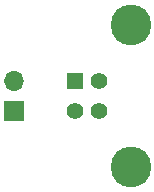
<source format=gbl>
%TF.GenerationSoftware,KiCad,Pcbnew,7.0.5*%
%TF.CreationDate,2024-02-13T09:57:52+02:00*%
%TF.ProjectId,USB Connector,55534220-436f-46e6-9e65-63746f722e6b,V0*%
%TF.SameCoordinates,Original*%
%TF.FileFunction,Copper,L2,Bot*%
%TF.FilePolarity,Positive*%
%FSLAX46Y46*%
G04 Gerber Fmt 4.6, Leading zero omitted, Abs format (unit mm)*
G04 Created by KiCad (PCBNEW 7.0.5) date 2024-02-13 09:57:52*
%MOMM*%
%LPD*%
G01*
G04 APERTURE LIST*
%TA.AperFunction,ComponentPad*%
%ADD10R,1.400000X1.400000*%
%TD*%
%TA.AperFunction,ComponentPad*%
%ADD11C,1.400000*%
%TD*%
%TA.AperFunction,ComponentPad*%
%ADD12C,3.450000*%
%TD*%
%TA.AperFunction,ComponentPad*%
%ADD13R,1.700000X1.700000*%
%TD*%
%TA.AperFunction,ComponentPad*%
%ADD14O,1.700000X1.700000*%
%TD*%
G04 APERTURE END LIST*
D10*
%TO.P,J2,1,VBUS*%
%TO.N,Net-(J2-VBUS)*%
X-854000Y1300000D03*
D11*
%TO.P,J2,2,D-*%
%TO.N,unconnected-(J2-D--Pad2)*%
X-854000Y-1200000D03*
%TO.P,J2,3,D+*%
%TO.N,unconnected-(J2-D+-Pad3)*%
X1146000Y-1200000D03*
%TO.P,J2,4,GND*%
%TO.N,Net-(J2-GND)*%
X1146000Y1300000D03*
D12*
%TO.P,J2,MH1,MH1*%
%TO.N,unconnected-(J2-PadMH1)*%
X3846000Y6070000D03*
%TO.P,J2,MH2,MH2*%
%TO.N,unconnected-(J2-PadMH2)*%
X3846000Y-5970000D03*
%TD*%
D13*
%TO.P,J5,1,Pin_1*%
%TO.N,Net-(J2-GND)*%
X-6046000Y-1220000D03*
D14*
%TO.P,J5,2,Pin_2*%
%TO.N,Net-(J2-VBUS)*%
X-6046000Y1320000D03*
%TD*%
M02*

</source>
